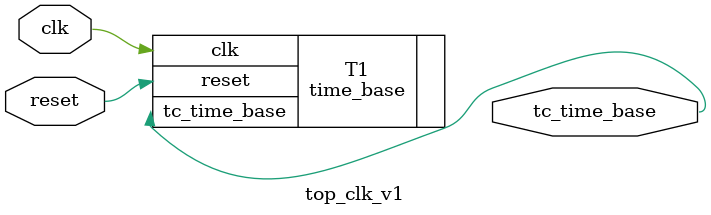
<source format=v>

module top_clk_v1
(
	input  wire clk,    		
	input  wire reset,  		
	output wire tc_time_base
);
	
	time_base T1 
	(
		.clk(clk),
		.reset(reset),
		.tc_time_base(tc_time_base)
	);
	
endmodule


</source>
